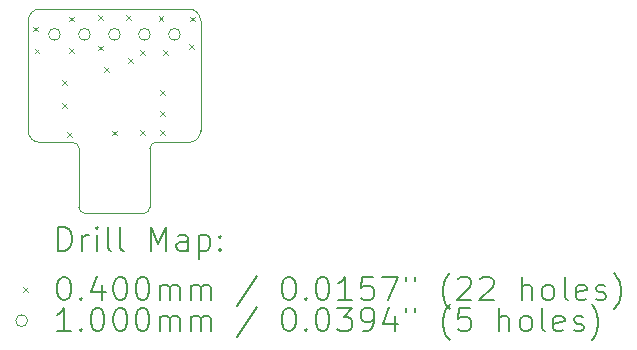
<source format=gbr>
%TF.GenerationSoftware,KiCad,Pcbnew,8.99.0-unknown-079855af18~181~ubuntu22.04.1*%
%TF.CreationDate,2024-11-15T17:57:20-08:00*%
%TF.ProjectId,gb_video_breakout,67625f76-6964-4656-9f5f-627265616b6f,rev?*%
%TF.SameCoordinates,Original*%
%TF.FileFunction,Drillmap*%
%TF.FilePolarity,Positive*%
%FSLAX45Y45*%
G04 Gerber Fmt 4.5, Leading zero omitted, Abs format (unit mm)*
G04 Created by KiCad (PCBNEW 8.99.0-unknown-079855af18~181~ubuntu22.04.1) date 2024-11-15 17:57:20*
%MOMM*%
%LPD*%
G01*
G04 APERTURE LIST*
%ADD10C,0.100000*%
%ADD11C,0.200000*%
G04 APERTURE END LIST*
D10*
X13820000Y-7970000D02*
X15080000Y-7970000D01*
X13720000Y-8070000D02*
G75*
G02*
X13820000Y-7970000I100000J0D01*
G01*
X15080000Y-7970000D02*
G75*
G02*
X15180000Y-8070000I0J-100000D01*
G01*
X13820000Y-9100000D02*
G75*
G02*
X13720000Y-9000000I0J100000D01*
G01*
X15180000Y-9000000D02*
G75*
G02*
X15080000Y-9100000I-100000J0D01*
G01*
X13720000Y-9000000D02*
X13720000Y-8070000D01*
X15180000Y-9000000D02*
X15180000Y-8070000D01*
X13820000Y-9100000D02*
X14100000Y-9100000D01*
X14800000Y-9100000D02*
X15080000Y-9100000D01*
X14200000Y-9700000D02*
G75*
G02*
X14150000Y-9650000I0J50000D01*
G01*
X14200000Y-9700000D02*
X14700000Y-9700000D01*
X14100000Y-9100000D02*
G75*
G02*
X14150000Y-9150000I0J-50000D01*
G01*
X14750000Y-9650000D02*
X14750000Y-9150000D01*
X14750000Y-9650000D02*
G75*
G02*
X14700000Y-9700000I-50000J0D01*
G01*
X14150000Y-9650000D02*
X14150000Y-9150000D01*
X14750000Y-9150000D02*
G75*
G02*
X14800000Y-9100000I50000J0D01*
G01*
D11*
D10*
X13760000Y-8120000D02*
X13800000Y-8160000D01*
X13800000Y-8120000D02*
X13760000Y-8160000D01*
X13775000Y-8305000D02*
X13815000Y-8345000D01*
X13815000Y-8305000D02*
X13775000Y-8345000D01*
X14005000Y-8575000D02*
X14045000Y-8615000D01*
X14045000Y-8575000D02*
X14005000Y-8615000D01*
X14005000Y-8765000D02*
X14045000Y-8805000D01*
X14045000Y-8765000D02*
X14005000Y-8805000D01*
X14050000Y-9015000D02*
X14090000Y-9055000D01*
X14090000Y-9015000D02*
X14050000Y-9055000D01*
X14065000Y-8035000D02*
X14105000Y-8075000D01*
X14105000Y-8035000D02*
X14065000Y-8075000D01*
X14065000Y-8300000D02*
X14105000Y-8340000D01*
X14105000Y-8300000D02*
X14065000Y-8340000D01*
X14310000Y-8280000D02*
X14350000Y-8320000D01*
X14350000Y-8280000D02*
X14310000Y-8320000D01*
X14315000Y-8025000D02*
X14355000Y-8065000D01*
X14355000Y-8025000D02*
X14315000Y-8065000D01*
X14365000Y-8465000D02*
X14405000Y-8505000D01*
X14405000Y-8465000D02*
X14365000Y-8505000D01*
X14430000Y-9000000D02*
X14470000Y-9040000D01*
X14470000Y-9000000D02*
X14430000Y-9040000D01*
X14550000Y-8025000D02*
X14590000Y-8065000D01*
X14590000Y-8025000D02*
X14550000Y-8065000D01*
X14568124Y-8385244D02*
X14608124Y-8425245D01*
X14608124Y-8385244D02*
X14568124Y-8425245D01*
X14665000Y-8995000D02*
X14705000Y-9035000D01*
X14705000Y-8995000D02*
X14665000Y-9035000D01*
X14670000Y-8320000D02*
X14710000Y-8360000D01*
X14710000Y-8320000D02*
X14670000Y-8360000D01*
X14825000Y-8030000D02*
X14865000Y-8070000D01*
X14865000Y-8030000D02*
X14825000Y-8070000D01*
X14835000Y-8995000D02*
X14875000Y-9035000D01*
X14875000Y-8995000D02*
X14835000Y-9035000D01*
X14840000Y-8655000D02*
X14880000Y-8695000D01*
X14880000Y-8655000D02*
X14840000Y-8695000D01*
X14840000Y-8835000D02*
X14880000Y-8875000D01*
X14880000Y-8835000D02*
X14840000Y-8875000D01*
X14865000Y-8320000D02*
X14905000Y-8360000D01*
X14905000Y-8320000D02*
X14865000Y-8360000D01*
X15080000Y-8270000D02*
X15120000Y-8310000D01*
X15120000Y-8270000D02*
X15080000Y-8310000D01*
X15090000Y-8035000D02*
X15130000Y-8075000D01*
X15130000Y-8035000D02*
X15090000Y-8075000D01*
X13992500Y-8185000D02*
G75*
G02*
X13892500Y-8185000I-50000J0D01*
G01*
X13892500Y-8185000D02*
G75*
G02*
X13992500Y-8185000I50000J0D01*
G01*
X14246500Y-8185000D02*
G75*
G02*
X14146500Y-8185000I-50000J0D01*
G01*
X14146500Y-8185000D02*
G75*
G02*
X14246500Y-8185000I50000J0D01*
G01*
X14500500Y-8185000D02*
G75*
G02*
X14400500Y-8185000I-50000J0D01*
G01*
X14400500Y-8185000D02*
G75*
G02*
X14500500Y-8185000I50000J0D01*
G01*
X14754500Y-8185000D02*
G75*
G02*
X14654500Y-8185000I-50000J0D01*
G01*
X14654500Y-8185000D02*
G75*
G02*
X14754500Y-8185000I50000J0D01*
G01*
X15008500Y-8185000D02*
G75*
G02*
X14908500Y-8185000I-50000J0D01*
G01*
X14908500Y-8185000D02*
G75*
G02*
X15008500Y-8185000I50000J0D01*
G01*
D11*
X13975777Y-10016484D02*
X13975777Y-9816484D01*
X13975777Y-9816484D02*
X14023396Y-9816484D01*
X14023396Y-9816484D02*
X14051967Y-9826008D01*
X14051967Y-9826008D02*
X14071015Y-9845055D01*
X14071015Y-9845055D02*
X14080539Y-9864103D01*
X14080539Y-9864103D02*
X14090062Y-9902198D01*
X14090062Y-9902198D02*
X14090062Y-9930770D01*
X14090062Y-9930770D02*
X14080539Y-9968865D01*
X14080539Y-9968865D02*
X14071015Y-9987912D01*
X14071015Y-9987912D02*
X14051967Y-10006960D01*
X14051967Y-10006960D02*
X14023396Y-10016484D01*
X14023396Y-10016484D02*
X13975777Y-10016484D01*
X14175777Y-10016484D02*
X14175777Y-9883150D01*
X14175777Y-9921246D02*
X14185301Y-9902198D01*
X14185301Y-9902198D02*
X14194824Y-9892674D01*
X14194824Y-9892674D02*
X14213872Y-9883150D01*
X14213872Y-9883150D02*
X14232920Y-9883150D01*
X14299586Y-10016484D02*
X14299586Y-9883150D01*
X14299586Y-9816484D02*
X14290062Y-9826008D01*
X14290062Y-9826008D02*
X14299586Y-9835531D01*
X14299586Y-9835531D02*
X14309110Y-9826008D01*
X14309110Y-9826008D02*
X14299586Y-9816484D01*
X14299586Y-9816484D02*
X14299586Y-9835531D01*
X14423396Y-10016484D02*
X14404348Y-10006960D01*
X14404348Y-10006960D02*
X14394824Y-9987912D01*
X14394824Y-9987912D02*
X14394824Y-9816484D01*
X14528158Y-10016484D02*
X14509110Y-10006960D01*
X14509110Y-10006960D02*
X14499586Y-9987912D01*
X14499586Y-9987912D02*
X14499586Y-9816484D01*
X14756729Y-10016484D02*
X14756729Y-9816484D01*
X14756729Y-9816484D02*
X14823396Y-9959341D01*
X14823396Y-9959341D02*
X14890062Y-9816484D01*
X14890062Y-9816484D02*
X14890062Y-10016484D01*
X15071015Y-10016484D02*
X15071015Y-9911722D01*
X15071015Y-9911722D02*
X15061491Y-9892674D01*
X15061491Y-9892674D02*
X15042443Y-9883150D01*
X15042443Y-9883150D02*
X15004348Y-9883150D01*
X15004348Y-9883150D02*
X14985301Y-9892674D01*
X15071015Y-10006960D02*
X15051967Y-10016484D01*
X15051967Y-10016484D02*
X15004348Y-10016484D01*
X15004348Y-10016484D02*
X14985301Y-10006960D01*
X14985301Y-10006960D02*
X14975777Y-9987912D01*
X14975777Y-9987912D02*
X14975777Y-9968865D01*
X14975777Y-9968865D02*
X14985301Y-9949817D01*
X14985301Y-9949817D02*
X15004348Y-9940293D01*
X15004348Y-9940293D02*
X15051967Y-9940293D01*
X15051967Y-9940293D02*
X15071015Y-9930770D01*
X15166253Y-9883150D02*
X15166253Y-10083150D01*
X15166253Y-9892674D02*
X15185301Y-9883150D01*
X15185301Y-9883150D02*
X15223396Y-9883150D01*
X15223396Y-9883150D02*
X15242443Y-9892674D01*
X15242443Y-9892674D02*
X15251967Y-9902198D01*
X15251967Y-9902198D02*
X15261491Y-9921246D01*
X15261491Y-9921246D02*
X15261491Y-9978389D01*
X15261491Y-9978389D02*
X15251967Y-9997436D01*
X15251967Y-9997436D02*
X15242443Y-10006960D01*
X15242443Y-10006960D02*
X15223396Y-10016484D01*
X15223396Y-10016484D02*
X15185301Y-10016484D01*
X15185301Y-10016484D02*
X15166253Y-10006960D01*
X15347205Y-9997436D02*
X15356729Y-10006960D01*
X15356729Y-10006960D02*
X15347205Y-10016484D01*
X15347205Y-10016484D02*
X15337682Y-10006960D01*
X15337682Y-10006960D02*
X15347205Y-9997436D01*
X15347205Y-9997436D02*
X15347205Y-10016484D01*
X15347205Y-9892674D02*
X15356729Y-9902198D01*
X15356729Y-9902198D02*
X15347205Y-9911722D01*
X15347205Y-9911722D02*
X15337682Y-9902198D01*
X15337682Y-9902198D02*
X15347205Y-9892674D01*
X15347205Y-9892674D02*
X15347205Y-9911722D01*
D10*
X13675000Y-10325000D02*
X13715000Y-10365000D01*
X13715000Y-10325000D02*
X13675000Y-10365000D01*
D11*
X14013872Y-10236484D02*
X14032920Y-10236484D01*
X14032920Y-10236484D02*
X14051967Y-10246008D01*
X14051967Y-10246008D02*
X14061491Y-10255531D01*
X14061491Y-10255531D02*
X14071015Y-10274579D01*
X14071015Y-10274579D02*
X14080539Y-10312674D01*
X14080539Y-10312674D02*
X14080539Y-10360293D01*
X14080539Y-10360293D02*
X14071015Y-10398389D01*
X14071015Y-10398389D02*
X14061491Y-10417436D01*
X14061491Y-10417436D02*
X14051967Y-10426960D01*
X14051967Y-10426960D02*
X14032920Y-10436484D01*
X14032920Y-10436484D02*
X14013872Y-10436484D01*
X14013872Y-10436484D02*
X13994824Y-10426960D01*
X13994824Y-10426960D02*
X13985301Y-10417436D01*
X13985301Y-10417436D02*
X13975777Y-10398389D01*
X13975777Y-10398389D02*
X13966253Y-10360293D01*
X13966253Y-10360293D02*
X13966253Y-10312674D01*
X13966253Y-10312674D02*
X13975777Y-10274579D01*
X13975777Y-10274579D02*
X13985301Y-10255531D01*
X13985301Y-10255531D02*
X13994824Y-10246008D01*
X13994824Y-10246008D02*
X14013872Y-10236484D01*
X14166253Y-10417436D02*
X14175777Y-10426960D01*
X14175777Y-10426960D02*
X14166253Y-10436484D01*
X14166253Y-10436484D02*
X14156729Y-10426960D01*
X14156729Y-10426960D02*
X14166253Y-10417436D01*
X14166253Y-10417436D02*
X14166253Y-10436484D01*
X14347205Y-10303150D02*
X14347205Y-10436484D01*
X14299586Y-10226960D02*
X14251967Y-10369817D01*
X14251967Y-10369817D02*
X14375777Y-10369817D01*
X14490062Y-10236484D02*
X14509110Y-10236484D01*
X14509110Y-10236484D02*
X14528158Y-10246008D01*
X14528158Y-10246008D02*
X14537682Y-10255531D01*
X14537682Y-10255531D02*
X14547205Y-10274579D01*
X14547205Y-10274579D02*
X14556729Y-10312674D01*
X14556729Y-10312674D02*
X14556729Y-10360293D01*
X14556729Y-10360293D02*
X14547205Y-10398389D01*
X14547205Y-10398389D02*
X14537682Y-10417436D01*
X14537682Y-10417436D02*
X14528158Y-10426960D01*
X14528158Y-10426960D02*
X14509110Y-10436484D01*
X14509110Y-10436484D02*
X14490062Y-10436484D01*
X14490062Y-10436484D02*
X14471015Y-10426960D01*
X14471015Y-10426960D02*
X14461491Y-10417436D01*
X14461491Y-10417436D02*
X14451967Y-10398389D01*
X14451967Y-10398389D02*
X14442443Y-10360293D01*
X14442443Y-10360293D02*
X14442443Y-10312674D01*
X14442443Y-10312674D02*
X14451967Y-10274579D01*
X14451967Y-10274579D02*
X14461491Y-10255531D01*
X14461491Y-10255531D02*
X14471015Y-10246008D01*
X14471015Y-10246008D02*
X14490062Y-10236484D01*
X14680539Y-10236484D02*
X14699586Y-10236484D01*
X14699586Y-10236484D02*
X14718634Y-10246008D01*
X14718634Y-10246008D02*
X14728158Y-10255531D01*
X14728158Y-10255531D02*
X14737682Y-10274579D01*
X14737682Y-10274579D02*
X14747205Y-10312674D01*
X14747205Y-10312674D02*
X14747205Y-10360293D01*
X14747205Y-10360293D02*
X14737682Y-10398389D01*
X14737682Y-10398389D02*
X14728158Y-10417436D01*
X14728158Y-10417436D02*
X14718634Y-10426960D01*
X14718634Y-10426960D02*
X14699586Y-10436484D01*
X14699586Y-10436484D02*
X14680539Y-10436484D01*
X14680539Y-10436484D02*
X14661491Y-10426960D01*
X14661491Y-10426960D02*
X14651967Y-10417436D01*
X14651967Y-10417436D02*
X14642443Y-10398389D01*
X14642443Y-10398389D02*
X14632920Y-10360293D01*
X14632920Y-10360293D02*
X14632920Y-10312674D01*
X14632920Y-10312674D02*
X14642443Y-10274579D01*
X14642443Y-10274579D02*
X14651967Y-10255531D01*
X14651967Y-10255531D02*
X14661491Y-10246008D01*
X14661491Y-10246008D02*
X14680539Y-10236484D01*
X14832920Y-10436484D02*
X14832920Y-10303150D01*
X14832920Y-10322198D02*
X14842443Y-10312674D01*
X14842443Y-10312674D02*
X14861491Y-10303150D01*
X14861491Y-10303150D02*
X14890063Y-10303150D01*
X14890063Y-10303150D02*
X14909110Y-10312674D01*
X14909110Y-10312674D02*
X14918634Y-10331722D01*
X14918634Y-10331722D02*
X14918634Y-10436484D01*
X14918634Y-10331722D02*
X14928158Y-10312674D01*
X14928158Y-10312674D02*
X14947205Y-10303150D01*
X14947205Y-10303150D02*
X14975777Y-10303150D01*
X14975777Y-10303150D02*
X14994824Y-10312674D01*
X14994824Y-10312674D02*
X15004348Y-10331722D01*
X15004348Y-10331722D02*
X15004348Y-10436484D01*
X15099586Y-10436484D02*
X15099586Y-10303150D01*
X15099586Y-10322198D02*
X15109110Y-10312674D01*
X15109110Y-10312674D02*
X15128158Y-10303150D01*
X15128158Y-10303150D02*
X15156729Y-10303150D01*
X15156729Y-10303150D02*
X15175777Y-10312674D01*
X15175777Y-10312674D02*
X15185301Y-10331722D01*
X15185301Y-10331722D02*
X15185301Y-10436484D01*
X15185301Y-10331722D02*
X15194824Y-10312674D01*
X15194824Y-10312674D02*
X15213872Y-10303150D01*
X15213872Y-10303150D02*
X15242443Y-10303150D01*
X15242443Y-10303150D02*
X15261491Y-10312674D01*
X15261491Y-10312674D02*
X15271015Y-10331722D01*
X15271015Y-10331722D02*
X15271015Y-10436484D01*
X15661491Y-10226960D02*
X15490063Y-10484103D01*
X15918634Y-10236484D02*
X15937682Y-10236484D01*
X15937682Y-10236484D02*
X15956729Y-10246008D01*
X15956729Y-10246008D02*
X15966253Y-10255531D01*
X15966253Y-10255531D02*
X15975777Y-10274579D01*
X15975777Y-10274579D02*
X15985301Y-10312674D01*
X15985301Y-10312674D02*
X15985301Y-10360293D01*
X15985301Y-10360293D02*
X15975777Y-10398389D01*
X15975777Y-10398389D02*
X15966253Y-10417436D01*
X15966253Y-10417436D02*
X15956729Y-10426960D01*
X15956729Y-10426960D02*
X15937682Y-10436484D01*
X15937682Y-10436484D02*
X15918634Y-10436484D01*
X15918634Y-10436484D02*
X15899586Y-10426960D01*
X15899586Y-10426960D02*
X15890063Y-10417436D01*
X15890063Y-10417436D02*
X15880539Y-10398389D01*
X15880539Y-10398389D02*
X15871015Y-10360293D01*
X15871015Y-10360293D02*
X15871015Y-10312674D01*
X15871015Y-10312674D02*
X15880539Y-10274579D01*
X15880539Y-10274579D02*
X15890063Y-10255531D01*
X15890063Y-10255531D02*
X15899586Y-10246008D01*
X15899586Y-10246008D02*
X15918634Y-10236484D01*
X16071015Y-10417436D02*
X16080539Y-10426960D01*
X16080539Y-10426960D02*
X16071015Y-10436484D01*
X16071015Y-10436484D02*
X16061491Y-10426960D01*
X16061491Y-10426960D02*
X16071015Y-10417436D01*
X16071015Y-10417436D02*
X16071015Y-10436484D01*
X16204348Y-10236484D02*
X16223396Y-10236484D01*
X16223396Y-10236484D02*
X16242444Y-10246008D01*
X16242444Y-10246008D02*
X16251967Y-10255531D01*
X16251967Y-10255531D02*
X16261491Y-10274579D01*
X16261491Y-10274579D02*
X16271015Y-10312674D01*
X16271015Y-10312674D02*
X16271015Y-10360293D01*
X16271015Y-10360293D02*
X16261491Y-10398389D01*
X16261491Y-10398389D02*
X16251967Y-10417436D01*
X16251967Y-10417436D02*
X16242444Y-10426960D01*
X16242444Y-10426960D02*
X16223396Y-10436484D01*
X16223396Y-10436484D02*
X16204348Y-10436484D01*
X16204348Y-10436484D02*
X16185301Y-10426960D01*
X16185301Y-10426960D02*
X16175777Y-10417436D01*
X16175777Y-10417436D02*
X16166253Y-10398389D01*
X16166253Y-10398389D02*
X16156729Y-10360293D01*
X16156729Y-10360293D02*
X16156729Y-10312674D01*
X16156729Y-10312674D02*
X16166253Y-10274579D01*
X16166253Y-10274579D02*
X16175777Y-10255531D01*
X16175777Y-10255531D02*
X16185301Y-10246008D01*
X16185301Y-10246008D02*
X16204348Y-10236484D01*
X16461491Y-10436484D02*
X16347206Y-10436484D01*
X16404348Y-10436484D02*
X16404348Y-10236484D01*
X16404348Y-10236484D02*
X16385301Y-10265055D01*
X16385301Y-10265055D02*
X16366253Y-10284103D01*
X16366253Y-10284103D02*
X16347206Y-10293627D01*
X16642444Y-10236484D02*
X16547206Y-10236484D01*
X16547206Y-10236484D02*
X16537682Y-10331722D01*
X16537682Y-10331722D02*
X16547206Y-10322198D01*
X16547206Y-10322198D02*
X16566253Y-10312674D01*
X16566253Y-10312674D02*
X16613872Y-10312674D01*
X16613872Y-10312674D02*
X16632920Y-10322198D01*
X16632920Y-10322198D02*
X16642444Y-10331722D01*
X16642444Y-10331722D02*
X16651967Y-10350770D01*
X16651967Y-10350770D02*
X16651967Y-10398389D01*
X16651967Y-10398389D02*
X16642444Y-10417436D01*
X16642444Y-10417436D02*
X16632920Y-10426960D01*
X16632920Y-10426960D02*
X16613872Y-10436484D01*
X16613872Y-10436484D02*
X16566253Y-10436484D01*
X16566253Y-10436484D02*
X16547206Y-10426960D01*
X16547206Y-10426960D02*
X16537682Y-10417436D01*
X16718634Y-10236484D02*
X16851968Y-10236484D01*
X16851968Y-10236484D02*
X16766253Y-10436484D01*
X16918634Y-10236484D02*
X16918634Y-10274579D01*
X16994825Y-10236484D02*
X16994825Y-10274579D01*
X17290063Y-10512674D02*
X17280539Y-10503150D01*
X17280539Y-10503150D02*
X17261491Y-10474579D01*
X17261491Y-10474579D02*
X17251968Y-10455531D01*
X17251968Y-10455531D02*
X17242444Y-10426960D01*
X17242444Y-10426960D02*
X17232920Y-10379341D01*
X17232920Y-10379341D02*
X17232920Y-10341246D01*
X17232920Y-10341246D02*
X17242444Y-10293627D01*
X17242444Y-10293627D02*
X17251968Y-10265055D01*
X17251968Y-10265055D02*
X17261491Y-10246008D01*
X17261491Y-10246008D02*
X17280539Y-10217436D01*
X17280539Y-10217436D02*
X17290063Y-10207912D01*
X17356730Y-10255531D02*
X17366253Y-10246008D01*
X17366253Y-10246008D02*
X17385301Y-10236484D01*
X17385301Y-10236484D02*
X17432920Y-10236484D01*
X17432920Y-10236484D02*
X17451968Y-10246008D01*
X17451968Y-10246008D02*
X17461491Y-10255531D01*
X17461491Y-10255531D02*
X17471015Y-10274579D01*
X17471015Y-10274579D02*
X17471015Y-10293627D01*
X17471015Y-10293627D02*
X17461491Y-10322198D01*
X17461491Y-10322198D02*
X17347206Y-10436484D01*
X17347206Y-10436484D02*
X17471015Y-10436484D01*
X17547206Y-10255531D02*
X17556730Y-10246008D01*
X17556730Y-10246008D02*
X17575777Y-10236484D01*
X17575777Y-10236484D02*
X17623396Y-10236484D01*
X17623396Y-10236484D02*
X17642444Y-10246008D01*
X17642444Y-10246008D02*
X17651968Y-10255531D01*
X17651968Y-10255531D02*
X17661491Y-10274579D01*
X17661491Y-10274579D02*
X17661491Y-10293627D01*
X17661491Y-10293627D02*
X17651968Y-10322198D01*
X17651968Y-10322198D02*
X17537682Y-10436484D01*
X17537682Y-10436484D02*
X17661491Y-10436484D01*
X17899587Y-10436484D02*
X17899587Y-10236484D01*
X17985301Y-10436484D02*
X17985301Y-10331722D01*
X17985301Y-10331722D02*
X17975777Y-10312674D01*
X17975777Y-10312674D02*
X17956730Y-10303150D01*
X17956730Y-10303150D02*
X17928158Y-10303150D01*
X17928158Y-10303150D02*
X17909111Y-10312674D01*
X17909111Y-10312674D02*
X17899587Y-10322198D01*
X18109111Y-10436484D02*
X18090063Y-10426960D01*
X18090063Y-10426960D02*
X18080539Y-10417436D01*
X18080539Y-10417436D02*
X18071015Y-10398389D01*
X18071015Y-10398389D02*
X18071015Y-10341246D01*
X18071015Y-10341246D02*
X18080539Y-10322198D01*
X18080539Y-10322198D02*
X18090063Y-10312674D01*
X18090063Y-10312674D02*
X18109111Y-10303150D01*
X18109111Y-10303150D02*
X18137682Y-10303150D01*
X18137682Y-10303150D02*
X18156730Y-10312674D01*
X18156730Y-10312674D02*
X18166253Y-10322198D01*
X18166253Y-10322198D02*
X18175777Y-10341246D01*
X18175777Y-10341246D02*
X18175777Y-10398389D01*
X18175777Y-10398389D02*
X18166253Y-10417436D01*
X18166253Y-10417436D02*
X18156730Y-10426960D01*
X18156730Y-10426960D02*
X18137682Y-10436484D01*
X18137682Y-10436484D02*
X18109111Y-10436484D01*
X18290063Y-10436484D02*
X18271015Y-10426960D01*
X18271015Y-10426960D02*
X18261492Y-10407912D01*
X18261492Y-10407912D02*
X18261492Y-10236484D01*
X18442444Y-10426960D02*
X18423396Y-10436484D01*
X18423396Y-10436484D02*
X18385301Y-10436484D01*
X18385301Y-10436484D02*
X18366253Y-10426960D01*
X18366253Y-10426960D02*
X18356730Y-10407912D01*
X18356730Y-10407912D02*
X18356730Y-10331722D01*
X18356730Y-10331722D02*
X18366253Y-10312674D01*
X18366253Y-10312674D02*
X18385301Y-10303150D01*
X18385301Y-10303150D02*
X18423396Y-10303150D01*
X18423396Y-10303150D02*
X18442444Y-10312674D01*
X18442444Y-10312674D02*
X18451968Y-10331722D01*
X18451968Y-10331722D02*
X18451968Y-10350770D01*
X18451968Y-10350770D02*
X18356730Y-10369817D01*
X18528158Y-10426960D02*
X18547206Y-10436484D01*
X18547206Y-10436484D02*
X18585301Y-10436484D01*
X18585301Y-10436484D02*
X18604349Y-10426960D01*
X18604349Y-10426960D02*
X18613873Y-10407912D01*
X18613873Y-10407912D02*
X18613873Y-10398389D01*
X18613873Y-10398389D02*
X18604349Y-10379341D01*
X18604349Y-10379341D02*
X18585301Y-10369817D01*
X18585301Y-10369817D02*
X18556730Y-10369817D01*
X18556730Y-10369817D02*
X18537682Y-10360293D01*
X18537682Y-10360293D02*
X18528158Y-10341246D01*
X18528158Y-10341246D02*
X18528158Y-10331722D01*
X18528158Y-10331722D02*
X18537682Y-10312674D01*
X18537682Y-10312674D02*
X18556730Y-10303150D01*
X18556730Y-10303150D02*
X18585301Y-10303150D01*
X18585301Y-10303150D02*
X18604349Y-10312674D01*
X18680539Y-10512674D02*
X18690063Y-10503150D01*
X18690063Y-10503150D02*
X18709111Y-10474579D01*
X18709111Y-10474579D02*
X18718634Y-10455531D01*
X18718634Y-10455531D02*
X18728158Y-10426960D01*
X18728158Y-10426960D02*
X18737682Y-10379341D01*
X18737682Y-10379341D02*
X18737682Y-10341246D01*
X18737682Y-10341246D02*
X18728158Y-10293627D01*
X18728158Y-10293627D02*
X18718634Y-10265055D01*
X18718634Y-10265055D02*
X18709111Y-10246008D01*
X18709111Y-10246008D02*
X18690063Y-10217436D01*
X18690063Y-10217436D02*
X18680539Y-10207912D01*
D10*
X13715000Y-10609000D02*
G75*
G02*
X13615000Y-10609000I-50000J0D01*
G01*
X13615000Y-10609000D02*
G75*
G02*
X13715000Y-10609000I50000J0D01*
G01*
D11*
X14080539Y-10700484D02*
X13966253Y-10700484D01*
X14023396Y-10700484D02*
X14023396Y-10500484D01*
X14023396Y-10500484D02*
X14004348Y-10529055D01*
X14004348Y-10529055D02*
X13985301Y-10548103D01*
X13985301Y-10548103D02*
X13966253Y-10557627D01*
X14166253Y-10681436D02*
X14175777Y-10690960D01*
X14175777Y-10690960D02*
X14166253Y-10700484D01*
X14166253Y-10700484D02*
X14156729Y-10690960D01*
X14156729Y-10690960D02*
X14166253Y-10681436D01*
X14166253Y-10681436D02*
X14166253Y-10700484D01*
X14299586Y-10500484D02*
X14318634Y-10500484D01*
X14318634Y-10500484D02*
X14337682Y-10510008D01*
X14337682Y-10510008D02*
X14347205Y-10519531D01*
X14347205Y-10519531D02*
X14356729Y-10538579D01*
X14356729Y-10538579D02*
X14366253Y-10576674D01*
X14366253Y-10576674D02*
X14366253Y-10624293D01*
X14366253Y-10624293D02*
X14356729Y-10662389D01*
X14356729Y-10662389D02*
X14347205Y-10681436D01*
X14347205Y-10681436D02*
X14337682Y-10690960D01*
X14337682Y-10690960D02*
X14318634Y-10700484D01*
X14318634Y-10700484D02*
X14299586Y-10700484D01*
X14299586Y-10700484D02*
X14280539Y-10690960D01*
X14280539Y-10690960D02*
X14271015Y-10681436D01*
X14271015Y-10681436D02*
X14261491Y-10662389D01*
X14261491Y-10662389D02*
X14251967Y-10624293D01*
X14251967Y-10624293D02*
X14251967Y-10576674D01*
X14251967Y-10576674D02*
X14261491Y-10538579D01*
X14261491Y-10538579D02*
X14271015Y-10519531D01*
X14271015Y-10519531D02*
X14280539Y-10510008D01*
X14280539Y-10510008D02*
X14299586Y-10500484D01*
X14490062Y-10500484D02*
X14509110Y-10500484D01*
X14509110Y-10500484D02*
X14528158Y-10510008D01*
X14528158Y-10510008D02*
X14537682Y-10519531D01*
X14537682Y-10519531D02*
X14547205Y-10538579D01*
X14547205Y-10538579D02*
X14556729Y-10576674D01*
X14556729Y-10576674D02*
X14556729Y-10624293D01*
X14556729Y-10624293D02*
X14547205Y-10662389D01*
X14547205Y-10662389D02*
X14537682Y-10681436D01*
X14537682Y-10681436D02*
X14528158Y-10690960D01*
X14528158Y-10690960D02*
X14509110Y-10700484D01*
X14509110Y-10700484D02*
X14490062Y-10700484D01*
X14490062Y-10700484D02*
X14471015Y-10690960D01*
X14471015Y-10690960D02*
X14461491Y-10681436D01*
X14461491Y-10681436D02*
X14451967Y-10662389D01*
X14451967Y-10662389D02*
X14442443Y-10624293D01*
X14442443Y-10624293D02*
X14442443Y-10576674D01*
X14442443Y-10576674D02*
X14451967Y-10538579D01*
X14451967Y-10538579D02*
X14461491Y-10519531D01*
X14461491Y-10519531D02*
X14471015Y-10510008D01*
X14471015Y-10510008D02*
X14490062Y-10500484D01*
X14680539Y-10500484D02*
X14699586Y-10500484D01*
X14699586Y-10500484D02*
X14718634Y-10510008D01*
X14718634Y-10510008D02*
X14728158Y-10519531D01*
X14728158Y-10519531D02*
X14737682Y-10538579D01*
X14737682Y-10538579D02*
X14747205Y-10576674D01*
X14747205Y-10576674D02*
X14747205Y-10624293D01*
X14747205Y-10624293D02*
X14737682Y-10662389D01*
X14737682Y-10662389D02*
X14728158Y-10681436D01*
X14728158Y-10681436D02*
X14718634Y-10690960D01*
X14718634Y-10690960D02*
X14699586Y-10700484D01*
X14699586Y-10700484D02*
X14680539Y-10700484D01*
X14680539Y-10700484D02*
X14661491Y-10690960D01*
X14661491Y-10690960D02*
X14651967Y-10681436D01*
X14651967Y-10681436D02*
X14642443Y-10662389D01*
X14642443Y-10662389D02*
X14632920Y-10624293D01*
X14632920Y-10624293D02*
X14632920Y-10576674D01*
X14632920Y-10576674D02*
X14642443Y-10538579D01*
X14642443Y-10538579D02*
X14651967Y-10519531D01*
X14651967Y-10519531D02*
X14661491Y-10510008D01*
X14661491Y-10510008D02*
X14680539Y-10500484D01*
X14832920Y-10700484D02*
X14832920Y-10567150D01*
X14832920Y-10586198D02*
X14842443Y-10576674D01*
X14842443Y-10576674D02*
X14861491Y-10567150D01*
X14861491Y-10567150D02*
X14890063Y-10567150D01*
X14890063Y-10567150D02*
X14909110Y-10576674D01*
X14909110Y-10576674D02*
X14918634Y-10595722D01*
X14918634Y-10595722D02*
X14918634Y-10700484D01*
X14918634Y-10595722D02*
X14928158Y-10576674D01*
X14928158Y-10576674D02*
X14947205Y-10567150D01*
X14947205Y-10567150D02*
X14975777Y-10567150D01*
X14975777Y-10567150D02*
X14994824Y-10576674D01*
X14994824Y-10576674D02*
X15004348Y-10595722D01*
X15004348Y-10595722D02*
X15004348Y-10700484D01*
X15099586Y-10700484D02*
X15099586Y-10567150D01*
X15099586Y-10586198D02*
X15109110Y-10576674D01*
X15109110Y-10576674D02*
X15128158Y-10567150D01*
X15128158Y-10567150D02*
X15156729Y-10567150D01*
X15156729Y-10567150D02*
X15175777Y-10576674D01*
X15175777Y-10576674D02*
X15185301Y-10595722D01*
X15185301Y-10595722D02*
X15185301Y-10700484D01*
X15185301Y-10595722D02*
X15194824Y-10576674D01*
X15194824Y-10576674D02*
X15213872Y-10567150D01*
X15213872Y-10567150D02*
X15242443Y-10567150D01*
X15242443Y-10567150D02*
X15261491Y-10576674D01*
X15261491Y-10576674D02*
X15271015Y-10595722D01*
X15271015Y-10595722D02*
X15271015Y-10700484D01*
X15661491Y-10490960D02*
X15490063Y-10748103D01*
X15918634Y-10500484D02*
X15937682Y-10500484D01*
X15937682Y-10500484D02*
X15956729Y-10510008D01*
X15956729Y-10510008D02*
X15966253Y-10519531D01*
X15966253Y-10519531D02*
X15975777Y-10538579D01*
X15975777Y-10538579D02*
X15985301Y-10576674D01*
X15985301Y-10576674D02*
X15985301Y-10624293D01*
X15985301Y-10624293D02*
X15975777Y-10662389D01*
X15975777Y-10662389D02*
X15966253Y-10681436D01*
X15966253Y-10681436D02*
X15956729Y-10690960D01*
X15956729Y-10690960D02*
X15937682Y-10700484D01*
X15937682Y-10700484D02*
X15918634Y-10700484D01*
X15918634Y-10700484D02*
X15899586Y-10690960D01*
X15899586Y-10690960D02*
X15890063Y-10681436D01*
X15890063Y-10681436D02*
X15880539Y-10662389D01*
X15880539Y-10662389D02*
X15871015Y-10624293D01*
X15871015Y-10624293D02*
X15871015Y-10576674D01*
X15871015Y-10576674D02*
X15880539Y-10538579D01*
X15880539Y-10538579D02*
X15890063Y-10519531D01*
X15890063Y-10519531D02*
X15899586Y-10510008D01*
X15899586Y-10510008D02*
X15918634Y-10500484D01*
X16071015Y-10681436D02*
X16080539Y-10690960D01*
X16080539Y-10690960D02*
X16071015Y-10700484D01*
X16071015Y-10700484D02*
X16061491Y-10690960D01*
X16061491Y-10690960D02*
X16071015Y-10681436D01*
X16071015Y-10681436D02*
X16071015Y-10700484D01*
X16204348Y-10500484D02*
X16223396Y-10500484D01*
X16223396Y-10500484D02*
X16242444Y-10510008D01*
X16242444Y-10510008D02*
X16251967Y-10519531D01*
X16251967Y-10519531D02*
X16261491Y-10538579D01*
X16261491Y-10538579D02*
X16271015Y-10576674D01*
X16271015Y-10576674D02*
X16271015Y-10624293D01*
X16271015Y-10624293D02*
X16261491Y-10662389D01*
X16261491Y-10662389D02*
X16251967Y-10681436D01*
X16251967Y-10681436D02*
X16242444Y-10690960D01*
X16242444Y-10690960D02*
X16223396Y-10700484D01*
X16223396Y-10700484D02*
X16204348Y-10700484D01*
X16204348Y-10700484D02*
X16185301Y-10690960D01*
X16185301Y-10690960D02*
X16175777Y-10681436D01*
X16175777Y-10681436D02*
X16166253Y-10662389D01*
X16166253Y-10662389D02*
X16156729Y-10624293D01*
X16156729Y-10624293D02*
X16156729Y-10576674D01*
X16156729Y-10576674D02*
X16166253Y-10538579D01*
X16166253Y-10538579D02*
X16175777Y-10519531D01*
X16175777Y-10519531D02*
X16185301Y-10510008D01*
X16185301Y-10510008D02*
X16204348Y-10500484D01*
X16337682Y-10500484D02*
X16461491Y-10500484D01*
X16461491Y-10500484D02*
X16394825Y-10576674D01*
X16394825Y-10576674D02*
X16423396Y-10576674D01*
X16423396Y-10576674D02*
X16442444Y-10586198D01*
X16442444Y-10586198D02*
X16451967Y-10595722D01*
X16451967Y-10595722D02*
X16461491Y-10614770D01*
X16461491Y-10614770D02*
X16461491Y-10662389D01*
X16461491Y-10662389D02*
X16451967Y-10681436D01*
X16451967Y-10681436D02*
X16442444Y-10690960D01*
X16442444Y-10690960D02*
X16423396Y-10700484D01*
X16423396Y-10700484D02*
X16366253Y-10700484D01*
X16366253Y-10700484D02*
X16347206Y-10690960D01*
X16347206Y-10690960D02*
X16337682Y-10681436D01*
X16556729Y-10700484D02*
X16594825Y-10700484D01*
X16594825Y-10700484D02*
X16613872Y-10690960D01*
X16613872Y-10690960D02*
X16623396Y-10681436D01*
X16623396Y-10681436D02*
X16642444Y-10652865D01*
X16642444Y-10652865D02*
X16651967Y-10614770D01*
X16651967Y-10614770D02*
X16651967Y-10538579D01*
X16651967Y-10538579D02*
X16642444Y-10519531D01*
X16642444Y-10519531D02*
X16632920Y-10510008D01*
X16632920Y-10510008D02*
X16613872Y-10500484D01*
X16613872Y-10500484D02*
X16575777Y-10500484D01*
X16575777Y-10500484D02*
X16556729Y-10510008D01*
X16556729Y-10510008D02*
X16547206Y-10519531D01*
X16547206Y-10519531D02*
X16537682Y-10538579D01*
X16537682Y-10538579D02*
X16537682Y-10586198D01*
X16537682Y-10586198D02*
X16547206Y-10605246D01*
X16547206Y-10605246D02*
X16556729Y-10614770D01*
X16556729Y-10614770D02*
X16575777Y-10624293D01*
X16575777Y-10624293D02*
X16613872Y-10624293D01*
X16613872Y-10624293D02*
X16632920Y-10614770D01*
X16632920Y-10614770D02*
X16642444Y-10605246D01*
X16642444Y-10605246D02*
X16651967Y-10586198D01*
X16823396Y-10567150D02*
X16823396Y-10700484D01*
X16775777Y-10490960D02*
X16728158Y-10633817D01*
X16728158Y-10633817D02*
X16851968Y-10633817D01*
X16918634Y-10500484D02*
X16918634Y-10538579D01*
X16994825Y-10500484D02*
X16994825Y-10538579D01*
X17290063Y-10776674D02*
X17280539Y-10767150D01*
X17280539Y-10767150D02*
X17261491Y-10738579D01*
X17261491Y-10738579D02*
X17251968Y-10719531D01*
X17251968Y-10719531D02*
X17242444Y-10690960D01*
X17242444Y-10690960D02*
X17232920Y-10643341D01*
X17232920Y-10643341D02*
X17232920Y-10605246D01*
X17232920Y-10605246D02*
X17242444Y-10557627D01*
X17242444Y-10557627D02*
X17251968Y-10529055D01*
X17251968Y-10529055D02*
X17261491Y-10510008D01*
X17261491Y-10510008D02*
X17280539Y-10481436D01*
X17280539Y-10481436D02*
X17290063Y-10471912D01*
X17461491Y-10500484D02*
X17366253Y-10500484D01*
X17366253Y-10500484D02*
X17356730Y-10595722D01*
X17356730Y-10595722D02*
X17366253Y-10586198D01*
X17366253Y-10586198D02*
X17385301Y-10576674D01*
X17385301Y-10576674D02*
X17432920Y-10576674D01*
X17432920Y-10576674D02*
X17451968Y-10586198D01*
X17451968Y-10586198D02*
X17461491Y-10595722D01*
X17461491Y-10595722D02*
X17471015Y-10614770D01*
X17471015Y-10614770D02*
X17471015Y-10662389D01*
X17471015Y-10662389D02*
X17461491Y-10681436D01*
X17461491Y-10681436D02*
X17451968Y-10690960D01*
X17451968Y-10690960D02*
X17432920Y-10700484D01*
X17432920Y-10700484D02*
X17385301Y-10700484D01*
X17385301Y-10700484D02*
X17366253Y-10690960D01*
X17366253Y-10690960D02*
X17356730Y-10681436D01*
X17709111Y-10700484D02*
X17709111Y-10500484D01*
X17794825Y-10700484D02*
X17794825Y-10595722D01*
X17794825Y-10595722D02*
X17785301Y-10576674D01*
X17785301Y-10576674D02*
X17766253Y-10567150D01*
X17766253Y-10567150D02*
X17737682Y-10567150D01*
X17737682Y-10567150D02*
X17718634Y-10576674D01*
X17718634Y-10576674D02*
X17709111Y-10586198D01*
X17918634Y-10700484D02*
X17899587Y-10690960D01*
X17899587Y-10690960D02*
X17890063Y-10681436D01*
X17890063Y-10681436D02*
X17880539Y-10662389D01*
X17880539Y-10662389D02*
X17880539Y-10605246D01*
X17880539Y-10605246D02*
X17890063Y-10586198D01*
X17890063Y-10586198D02*
X17899587Y-10576674D01*
X17899587Y-10576674D02*
X17918634Y-10567150D01*
X17918634Y-10567150D02*
X17947206Y-10567150D01*
X17947206Y-10567150D02*
X17966253Y-10576674D01*
X17966253Y-10576674D02*
X17975777Y-10586198D01*
X17975777Y-10586198D02*
X17985301Y-10605246D01*
X17985301Y-10605246D02*
X17985301Y-10662389D01*
X17985301Y-10662389D02*
X17975777Y-10681436D01*
X17975777Y-10681436D02*
X17966253Y-10690960D01*
X17966253Y-10690960D02*
X17947206Y-10700484D01*
X17947206Y-10700484D02*
X17918634Y-10700484D01*
X18099587Y-10700484D02*
X18080539Y-10690960D01*
X18080539Y-10690960D02*
X18071015Y-10671912D01*
X18071015Y-10671912D02*
X18071015Y-10500484D01*
X18251968Y-10690960D02*
X18232920Y-10700484D01*
X18232920Y-10700484D02*
X18194825Y-10700484D01*
X18194825Y-10700484D02*
X18175777Y-10690960D01*
X18175777Y-10690960D02*
X18166253Y-10671912D01*
X18166253Y-10671912D02*
X18166253Y-10595722D01*
X18166253Y-10595722D02*
X18175777Y-10576674D01*
X18175777Y-10576674D02*
X18194825Y-10567150D01*
X18194825Y-10567150D02*
X18232920Y-10567150D01*
X18232920Y-10567150D02*
X18251968Y-10576674D01*
X18251968Y-10576674D02*
X18261492Y-10595722D01*
X18261492Y-10595722D02*
X18261492Y-10614770D01*
X18261492Y-10614770D02*
X18166253Y-10633817D01*
X18337682Y-10690960D02*
X18356730Y-10700484D01*
X18356730Y-10700484D02*
X18394825Y-10700484D01*
X18394825Y-10700484D02*
X18413873Y-10690960D01*
X18413873Y-10690960D02*
X18423396Y-10671912D01*
X18423396Y-10671912D02*
X18423396Y-10662389D01*
X18423396Y-10662389D02*
X18413873Y-10643341D01*
X18413873Y-10643341D02*
X18394825Y-10633817D01*
X18394825Y-10633817D02*
X18366253Y-10633817D01*
X18366253Y-10633817D02*
X18347206Y-10624293D01*
X18347206Y-10624293D02*
X18337682Y-10605246D01*
X18337682Y-10605246D02*
X18337682Y-10595722D01*
X18337682Y-10595722D02*
X18347206Y-10576674D01*
X18347206Y-10576674D02*
X18366253Y-10567150D01*
X18366253Y-10567150D02*
X18394825Y-10567150D01*
X18394825Y-10567150D02*
X18413873Y-10576674D01*
X18490063Y-10776674D02*
X18499587Y-10767150D01*
X18499587Y-10767150D02*
X18518634Y-10738579D01*
X18518634Y-10738579D02*
X18528158Y-10719531D01*
X18528158Y-10719531D02*
X18537682Y-10690960D01*
X18537682Y-10690960D02*
X18547206Y-10643341D01*
X18547206Y-10643341D02*
X18547206Y-10605246D01*
X18547206Y-10605246D02*
X18537682Y-10557627D01*
X18537682Y-10557627D02*
X18528158Y-10529055D01*
X18528158Y-10529055D02*
X18518634Y-10510008D01*
X18518634Y-10510008D02*
X18499587Y-10481436D01*
X18499587Y-10481436D02*
X18490063Y-10471912D01*
M02*

</source>
